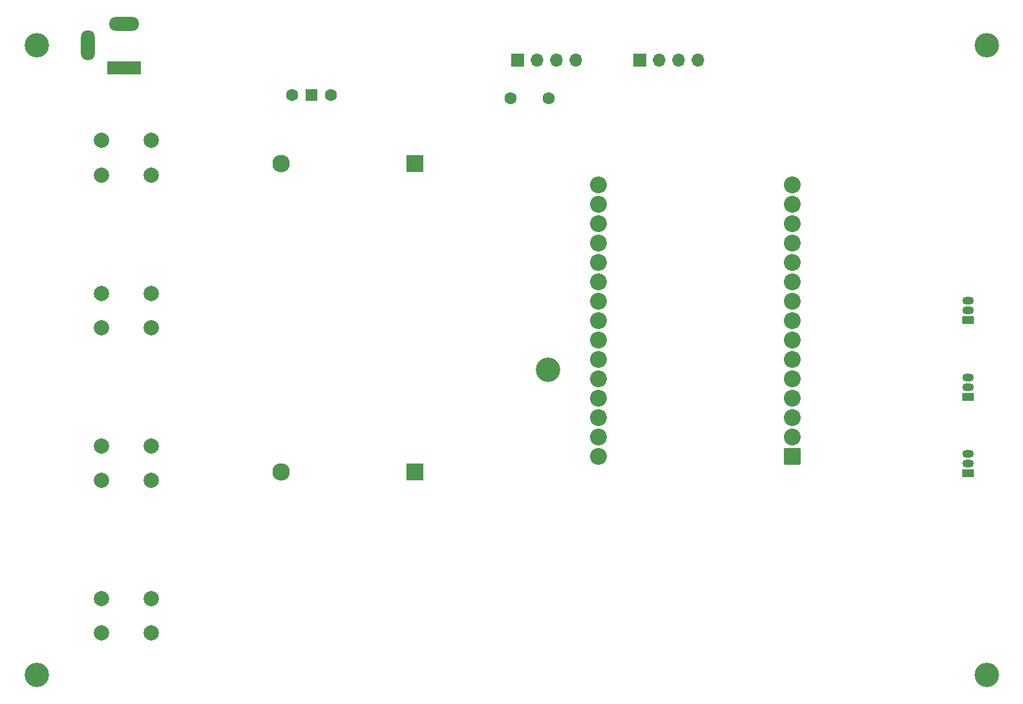
<source format=gbr>
%TF.GenerationSoftware,KiCad,Pcbnew,8.0.3-1.fc39*%
%TF.CreationDate,2024-06-27T20:10:54-06:00*%
%TF.ProjectId,Electronics,456c6563-7472-46f6-9e69-63732e6b6963,rev?*%
%TF.SameCoordinates,Original*%
%TF.FileFunction,Soldermask,Bot*%
%TF.FilePolarity,Negative*%
%FSLAX46Y46*%
G04 Gerber Fmt 4.6, Leading zero omitted, Abs format (unit mm)*
G04 Created by KiCad (PCBNEW 8.0.3-1.fc39) date 2024-06-27 20:10:54*
%MOMM*%
%LPD*%
G01*
G04 APERTURE LIST*
G04 Aperture macros list*
%AMRoundRect*
0 Rectangle with rounded corners*
0 $1 Rounding radius*
0 $2 $3 $4 $5 $6 $7 $8 $9 X,Y pos of 4 corners*
0 Add a 4 corners polygon primitive as box body*
4,1,4,$2,$3,$4,$5,$6,$7,$8,$9,$2,$3,0*
0 Add four circle primitives for the rounded corners*
1,1,$1+$1,$2,$3*
1,1,$1+$1,$4,$5*
1,1,$1+$1,$6,$7*
1,1,$1+$1,$8,$9*
0 Add four rect primitives between the rounded corners*
20,1,$1+$1,$2,$3,$4,$5,0*
20,1,$1+$1,$4,$5,$6,$7,0*
20,1,$1+$1,$6,$7,$8,$9,0*
20,1,$1+$1,$8,$9,$2,$3,0*%
G04 Aperture macros list end*
%ADD10C,3.200000*%
%ADD11R,1.700000X1.700000*%
%ADD12O,1.700000X1.700000*%
%ADD13R,4.400000X1.800000*%
%ADD14O,4.000000X1.800000*%
%ADD15O,1.800000X4.000000*%
%ADD16R,1.500000X1.050000*%
%ADD17O,1.500000X1.050000*%
%ADD18C,2.000000*%
%ADD19RoundRect,0.102000X1.000000X1.000000X-1.000000X1.000000X-1.000000X-1.000000X1.000000X-1.000000X0*%
%ADD20C,2.204000*%
%ADD21R,2.300000X2.300000*%
%ADD22C,2.300000*%
%ADD23R,1.500000X1.500000*%
%ADD24C,1.600000*%
G04 APERTURE END LIST*
D10*
%TO.C,H1*%
X157000000Y-107000000D03*
%TD*%
%TO.C,H3*%
X214500000Y-147000000D03*
%TD*%
%TO.C,H2*%
X214500000Y-64500000D03*
%TD*%
D11*
%TO.C,D1*%
X169000000Y-66500000D03*
D12*
X171540000Y-66500000D03*
X174080000Y-66500000D03*
X176620000Y-66500000D03*
%TD*%
D13*
%TO.C,J1*%
X101500000Y-67500000D03*
D14*
X101500000Y-61700000D03*
D15*
X96700000Y-64500000D03*
%TD*%
D10*
%TO.C,H4*%
X90000000Y-64500000D03*
%TD*%
D16*
%TO.C,Q2*%
X212000000Y-110540000D03*
D17*
X212000000Y-109270000D03*
X212000000Y-108000000D03*
%TD*%
D11*
%TO.C,M1*%
X153040000Y-66500000D03*
D12*
X155580000Y-66500000D03*
X158120000Y-66500000D03*
X160660000Y-66500000D03*
%TD*%
D18*
%TO.C,SW3*%
X98500000Y-97000000D03*
X105000000Y-97000000D03*
X105000000Y-101500000D03*
X98500000Y-101500000D03*
%TD*%
D19*
%TO.C,U3*%
X189000000Y-118400000D03*
D20*
X189000000Y-115860000D03*
X189000000Y-113320000D03*
X189000000Y-110780000D03*
X189000000Y-108240000D03*
X189000000Y-105700000D03*
X189000000Y-103160000D03*
X189000000Y-100620000D03*
X189000000Y-98080000D03*
X189000000Y-95540000D03*
X189000000Y-93000000D03*
X189000000Y-90460000D03*
X189000000Y-87920000D03*
X189000000Y-85380000D03*
X189000000Y-82840000D03*
X163600000Y-82840000D03*
X163600000Y-85380000D03*
X163600000Y-87920000D03*
X163600000Y-90460000D03*
X163600000Y-93000000D03*
X163600000Y-95540000D03*
X163600000Y-98080000D03*
X163600000Y-100620000D03*
X163600000Y-103160000D03*
X163600000Y-105700000D03*
X163600000Y-108240000D03*
X163600000Y-110780000D03*
X163600000Y-113320000D03*
X163600000Y-115860000D03*
X163600000Y-118400000D03*
%TD*%
D10*
%TO.C,H5*%
X90000000Y-147000000D03*
%TD*%
D21*
%TO.C,U1*%
X139600000Y-80000000D03*
D22*
X122000000Y-80000000D03*
D21*
X139600000Y-120400000D03*
D22*
X122000000Y-120400000D03*
%TD*%
D16*
%TO.C,Q3*%
X212000000Y-100540000D03*
D17*
X212000000Y-99270000D03*
X212000000Y-98000000D03*
%TD*%
D23*
%TO.C,SW5*%
X126000000Y-71000000D03*
D24*
X123460000Y-71000000D03*
X128540000Y-71000000D03*
%TD*%
%TO.C,C1*%
X152080000Y-71500000D03*
X157080000Y-71500000D03*
%TD*%
D18*
%TO.C,SW1*%
X98500000Y-117000000D03*
X105000000Y-117000000D03*
X105000000Y-121500000D03*
X98500000Y-121500000D03*
%TD*%
%TO.C,SW2*%
X98500000Y-137000000D03*
X105000000Y-137000000D03*
X105000000Y-141500000D03*
X98500000Y-141500000D03*
%TD*%
D16*
%TO.C,Q1*%
X212000000Y-120540000D03*
D17*
X212000000Y-119270000D03*
X212000000Y-118000000D03*
%TD*%
D18*
%TO.C,SW4*%
X98500000Y-77000000D03*
X105000000Y-77000000D03*
X105000000Y-81500000D03*
X98500000Y-81500000D03*
%TD*%
M02*

</source>
